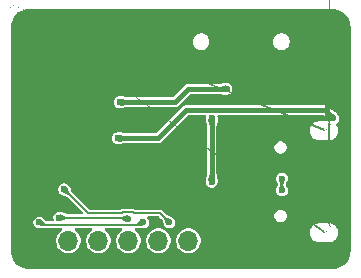
<source format=gbl>
G04 #@! TF.GenerationSoftware,KiCad,Pcbnew,9.0.1*
G04 #@! TF.CreationDate,2025-04-15T14:17:18+12:00*
G04 #@! TF.ProjectId,ESPFlash,45535046-6c61-4736-982e-6b696361645f,rev?*
G04 #@! TF.SameCoordinates,Original*
G04 #@! TF.FileFunction,Copper,L2,Bot*
G04 #@! TF.FilePolarity,Positive*
%FSLAX46Y46*%
G04 Gerber Fmt 4.6, Leading zero omitted, Abs format (unit mm)*
G04 Created by KiCad (PCBNEW 9.0.1) date 2025-04-15 14:17:18*
%MOMM*%
%LPD*%
G01*
G04 APERTURE LIST*
G04 Aperture macros list*
%AMFreePoly0*
4,1,229,0.026192,0.903996,0.026383,0.903985,0.052383,0.901985,0.052573,0.901967,0.078573,0.898967,0.078944,0.898910,0.104944,0.893910,0.105167,0.893862,0.130167,0.887862,0.130300,0.887828,0.156300,0.880828,0.156756,0.880682,0.180756,0.871682,0.180923,0.871615,0.204923,0.861615,0.205083,0.861545,0.229083,0.850545,0.229460,0.850353,0.252460,0.837353,0.252684,0.837218,
0.296684,0.809218,0.297030,0.808977,0.318030,0.792977,0.318238,0.792810,0.338238,0.775810,0.338439,0.775630,0.357439,0.757630,0.357630,0.757439,0.375630,0.738439,0.375810,0.738238,0.392810,0.718238,0.392977,0.718030,0.408977,0.697030,0.409218,0.696684,0.437218,0.652684,0.437353,0.652460,0.450353,0.629460,0.450545,0.629083,0.461545,0.605083,0.461615,0.604923,
0.471615,0.580923,0.471682,0.580756,0.480682,0.556756,0.480828,0.556300,0.487828,0.530300,0.487862,0.530167,0.493862,0.505167,0.493910,0.504944,0.498910,0.478944,0.498967,0.478573,0.501967,0.452573,0.501985,0.452383,0.503985,0.426383,0.503996,0.426192,0.504996,0.400192,0.505000,0.400000,0.505000,-0.400000,0.504996,-0.400192,0.503996,-0.426192,0.503985,-0.426383,
0.501985,-0.452383,0.501967,-0.452573,0.498967,-0.478573,0.498910,-0.478944,0.493910,-0.504944,0.493862,-0.505167,0.487862,-0.530167,0.487828,-0.530300,0.480828,-0.556300,0.480682,-0.556756,0.471682,-0.580756,0.471615,-0.580923,0.461615,-0.604923,0.461545,-0.605083,0.450545,-0.629083,0.450353,-0.629460,0.437353,-0.652460,0.437218,-0.652684,0.409218,-0.696684,0.408977,-0.697030,
0.392977,-0.718030,0.392810,-0.718238,0.375810,-0.738238,0.375630,-0.738439,0.357630,-0.757439,0.357439,-0.757630,0.338439,-0.775630,0.338238,-0.775810,0.318238,-0.792810,0.318030,-0.792977,0.297030,-0.808977,0.296684,-0.809218,0.252684,-0.837218,0.252460,-0.837353,0.229460,-0.850353,0.229083,-0.850545,0.205083,-0.861545,0.204923,-0.861615,0.180923,-0.871615,0.180756,-0.871682,
0.156756,-0.880682,0.156300,-0.880828,0.130300,-0.887828,0.130167,-0.887862,0.105167,-0.893862,0.104944,-0.893910,0.078944,-0.898910,0.078573,-0.898967,0.052573,-0.901967,0.052383,-0.901985,0.026383,-0.903985,0.026192,-0.903996,0.000192,-0.904996,-0.000192,-0.904996,-0.026192,-0.903996,-0.026383,-0.903985,-0.052383,-0.901985,-0.052573,-0.901967,-0.078573,-0.898967,-0.078944,-0.898910,
-0.104944,-0.893910,-0.105167,-0.893862,-0.130167,-0.887862,-0.130300,-0.887828,-0.156300,-0.880828,-0.156756,-0.880682,-0.180756,-0.871682,-0.180923,-0.871615,-0.204923,-0.861615,-0.205083,-0.861545,-0.229083,-0.850545,-0.229460,-0.850353,-0.252460,-0.837353,-0.252684,-0.837218,-0.296684,-0.809218,-0.297030,-0.808977,-0.318030,-0.792977,-0.318238,-0.792810,-0.338238,-0.775810,-0.338439,-0.775630,
-0.357439,-0.757630,-0.357630,-0.757439,-0.375630,-0.738439,-0.375810,-0.738238,-0.392810,-0.718238,-0.392977,-0.718030,-0.408977,-0.697030,-0.409218,-0.696684,-0.437218,-0.652684,-0.437353,-0.652460,-0.450353,-0.629460,-0.450545,-0.629083,-0.461545,-0.605083,-0.461615,-0.604923,-0.471615,-0.580923,-0.471682,-0.580756,-0.480682,-0.556756,-0.480828,-0.556300,-0.487828,-0.530300,-0.487862,-0.530167,
-0.493862,-0.505167,-0.493910,-0.504944,-0.498910,-0.478944,-0.498967,-0.478573,-0.501967,-0.452573,-0.501985,-0.452383,-0.503985,-0.426383,-0.503996,-0.426192,-0.504996,-0.400192,-0.505000,-0.400000,-0.505000,0.400000,-0.504996,0.400192,-0.503996,0.426192,-0.503985,0.426383,-0.501985,0.452383,-0.501967,0.452573,-0.498967,0.478573,-0.498910,0.478944,-0.493910,0.504944,-0.493862,0.505167,
-0.487862,0.530167,-0.487828,0.530300,-0.480828,0.556300,-0.480682,0.556756,-0.471682,0.580756,-0.471615,0.580923,-0.461615,0.604923,-0.461545,0.605083,-0.450545,0.629083,-0.450353,0.629460,-0.437353,0.652460,-0.437218,0.652684,-0.409218,0.696684,-0.408977,0.697030,-0.392977,0.718030,-0.392810,0.718238,-0.375810,0.738238,-0.375630,0.738439,-0.357630,0.757439,-0.357439,0.757630,
-0.338439,0.775630,-0.338238,0.775810,-0.318238,0.792810,-0.318030,0.792977,-0.297030,0.808977,-0.296684,0.809218,-0.252684,0.837218,-0.252460,0.837353,-0.229460,0.850353,-0.229083,0.850545,-0.205083,0.861545,-0.204923,0.861615,-0.180923,0.871615,-0.180756,0.871682,-0.156756,0.880682,-0.156300,0.880828,-0.130300,0.887828,-0.130167,0.887862,-0.105167,0.893862,-0.104944,0.893910,
-0.078944,0.898910,-0.078573,0.898967,-0.052573,0.901967,-0.052383,0.901985,-0.026383,0.903985,-0.026192,0.903996,-0.000192,0.904996,0.000192,0.904996,0.026192,0.903996,0.026192,0.903996,$1*%
G04 Aperture macros list end*
G04 #@! TA.AperFunction,ComponentPad*
%ADD10FreePoly0,90.000000*%
G04 #@! TD*
G04 #@! TA.AperFunction,ComponentPad*
%ADD11O,2.100000X1.000000*%
G04 #@! TD*
G04 #@! TA.AperFunction,ComponentPad*
%ADD12R,1.700000X1.700000*%
G04 #@! TD*
G04 #@! TA.AperFunction,ComponentPad*
%ADD13O,1.700000X1.700000*%
G04 #@! TD*
G04 #@! TA.AperFunction,ViaPad*
%ADD14C,0.600000*%
G04 #@! TD*
G04 #@! TA.AperFunction,Conductor*
%ADD15C,0.400000*%
G04 #@! TD*
G04 #@! TA.AperFunction,Conductor*
%ADD16C,0.150000*%
G04 #@! TD*
G04 #@! TA.AperFunction,Conductor*
%ADD17C,0.200000*%
G04 #@! TD*
G04 APERTURE END LIST*
D10*
X64012500Y-40672500D03*
X64012500Y-32032500D03*
D11*
X59832500Y-40672500D03*
X59832500Y-32032500D03*
D12*
X39830000Y-41350000D03*
D13*
X42370000Y-41350000D03*
X44910000Y-41350000D03*
X47450000Y-41350000D03*
X49990000Y-41350000D03*
X52530000Y-41350000D03*
D14*
X50850000Y-22600000D03*
X47400000Y-35600000D03*
X45900000Y-35600000D03*
X51725000Y-22600000D03*
X49100000Y-28475000D03*
X50000000Y-22600000D03*
X46650000Y-35600000D03*
X46662500Y-36350000D03*
X47400000Y-36350000D03*
X45900000Y-36350000D03*
X49100000Y-27500000D03*
X61900000Y-28300000D03*
X47400000Y-37100000D03*
X57550000Y-36373106D03*
X49975000Y-27500000D03*
X46650000Y-37100000D03*
X45900000Y-37100000D03*
X44475000Y-29475000D03*
X49975000Y-28475000D03*
X54500000Y-36350000D03*
X54500000Y-31000000D03*
X46710000Y-29620000D03*
X55750000Y-28500000D03*
X39900000Y-39800000D03*
X48700000Y-39800000D03*
X42000000Y-37000000D03*
X50900000Y-39800000D03*
X47425000Y-39500000D03*
X41600000Y-39400000D03*
X60450000Y-37100000D03*
X60450000Y-36100000D03*
X46550000Y-32675000D03*
X64800000Y-31000000D03*
D15*
X54500000Y-36350000D02*
X54500000Y-31000000D01*
X52500000Y-28500000D02*
X55750000Y-28500000D01*
X51380000Y-29620000D02*
X52500000Y-28500000D01*
X46710000Y-29620000D02*
X51380000Y-29620000D01*
D16*
X48500000Y-40000000D02*
X40100000Y-40000000D01*
X48700000Y-39800000D02*
X48500000Y-40000000D01*
X40100000Y-40000000D02*
X39900000Y-39800000D01*
X50900000Y-39800000D02*
X50100000Y-39000000D01*
X44000000Y-39000000D02*
X42000000Y-37000000D01*
X46926000Y-38949000D02*
X46875000Y-39000000D01*
X46875000Y-39000000D02*
X44000000Y-39000000D01*
X50100000Y-39000000D02*
X47926000Y-39000000D01*
X47926000Y-39000000D02*
X47875000Y-38949000D01*
X47875000Y-38949000D02*
X46926000Y-38949000D01*
X47425000Y-39500000D02*
X47325000Y-39400000D01*
X47325000Y-39400000D02*
X41600000Y-39400000D01*
D17*
X60450000Y-37100000D02*
X60450000Y-36100000D01*
D15*
X52309521Y-30299000D02*
X49933521Y-32675000D01*
X64099000Y-30299000D02*
X52309521Y-30299000D01*
X49933521Y-32675000D02*
X46550000Y-32675000D01*
X64800000Y-31000000D02*
X64099000Y-30299000D01*
G04 #@! TA.AperFunction,Conductor*
G36*
X54698452Y-35759191D02*
G01*
X54701702Y-35765437D01*
X54792259Y-36280239D01*
X54790317Y-36288981D01*
X54783056Y-36293734D01*
X54502320Y-36350530D01*
X54497680Y-36350530D01*
X54216943Y-36293734D01*
X54209514Y-36288734D01*
X54207740Y-36280239D01*
X54298298Y-35765437D01*
X54303106Y-35757883D01*
X54309821Y-35755764D01*
X54690179Y-35755764D01*
X54698452Y-35759191D01*
G37*
G04 #@! TD.AperFunction*
G04 #@! TA.AperFunction,Conductor*
G36*
X60550070Y-36509191D02*
G01*
X60552796Y-36513476D01*
X60739608Y-37028709D01*
X60739207Y-37037655D01*
X60732597Y-37043696D01*
X60730929Y-37044165D01*
X60452320Y-37100530D01*
X60447680Y-37100530D01*
X60169070Y-37044165D01*
X60161641Y-37039165D01*
X60159922Y-37030377D01*
X60160387Y-37028720D01*
X60347204Y-36513476D01*
X60353245Y-36506866D01*
X60358203Y-36505764D01*
X60541797Y-36505764D01*
X60550070Y-36509191D01*
G37*
G04 #@! TD.AperFunction*
G04 #@! TA.AperFunction,Conductor*
G36*
X64753522Y-21750752D02*
G01*
X64778505Y-21752538D01*
X64956345Y-21765258D01*
X64970308Y-21767265D01*
X65165549Y-21809737D01*
X65179088Y-21813713D01*
X65366292Y-21883537D01*
X65379118Y-21889394D01*
X65554476Y-21985146D01*
X65566356Y-21992781D01*
X65726294Y-22112509D01*
X65736966Y-22121756D01*
X65878243Y-22263033D01*
X65887493Y-22273709D01*
X66007218Y-22433643D01*
X66014854Y-22445525D01*
X66110602Y-22620875D01*
X66116466Y-22633715D01*
X66186284Y-22820904D01*
X66190264Y-22834457D01*
X66232732Y-23029681D01*
X66234742Y-23043662D01*
X66249248Y-23246476D01*
X66249500Y-23253539D01*
X66249500Y-42246460D01*
X66249248Y-42253523D01*
X66234742Y-42456337D01*
X66232732Y-42470318D01*
X66190264Y-42665542D01*
X66186284Y-42679095D01*
X66116466Y-42866284D01*
X66110598Y-42879133D01*
X66014854Y-43054474D01*
X66007218Y-43066356D01*
X65887493Y-43226290D01*
X65878243Y-43236966D01*
X65736966Y-43378243D01*
X65726290Y-43387493D01*
X65566356Y-43507218D01*
X65554474Y-43514854D01*
X65379133Y-43610598D01*
X65366284Y-43616466D01*
X65179095Y-43686284D01*
X65165542Y-43690264D01*
X64970318Y-43732732D01*
X64956337Y-43734742D01*
X64753523Y-43749248D01*
X64746460Y-43749500D01*
X39003540Y-43749500D01*
X38996477Y-43749248D01*
X38793662Y-43734742D01*
X38779681Y-43732732D01*
X38584457Y-43690264D01*
X38570904Y-43686284D01*
X38383715Y-43616466D01*
X38370875Y-43610602D01*
X38195525Y-43514854D01*
X38183643Y-43507218D01*
X38023709Y-43387493D01*
X38013033Y-43378243D01*
X37871756Y-43236966D01*
X37862506Y-43226290D01*
X37742781Y-43066356D01*
X37735145Y-43054474D01*
X37702815Y-42995266D01*
X37639394Y-42879118D01*
X37633537Y-42866292D01*
X37563713Y-42679088D01*
X37559737Y-42665549D01*
X37517265Y-42470308D01*
X37515258Y-42456345D01*
X37500752Y-42253522D01*
X37500500Y-42246460D01*
X37500500Y-39734108D01*
X39399500Y-39734108D01*
X39399500Y-39865892D01*
X39422667Y-39952354D01*
X39433609Y-39993190D01*
X39499496Y-40107309D01*
X39499498Y-40107311D01*
X39499500Y-40107314D01*
X39592686Y-40200500D01*
X39592688Y-40200501D01*
X39592690Y-40200503D01*
X39706810Y-40266390D01*
X39706808Y-40266390D01*
X39706812Y-40266391D01*
X39706814Y-40266392D01*
X39834108Y-40300500D01*
X39834110Y-40300500D01*
X39965889Y-40300500D01*
X39965892Y-40300500D01*
X39965894Y-40300499D01*
X39971475Y-40299764D01*
X39980221Y-40299005D01*
X40413534Y-40280790D01*
X40425306Y-40278059D01*
X40447673Y-40275500D01*
X41760893Y-40275500D01*
X41819084Y-40294407D01*
X41855048Y-40343907D01*
X41855048Y-40405093D01*
X41819084Y-40454593D01*
X41815894Y-40456816D01*
X41700348Y-40534020D01*
X41554020Y-40680348D01*
X41439058Y-40852402D01*
X41359869Y-41043581D01*
X41319500Y-41246532D01*
X41319500Y-41453467D01*
X41359869Y-41656418D01*
X41439058Y-41847597D01*
X41439059Y-41847598D01*
X41554023Y-42019655D01*
X41700345Y-42165977D01*
X41872402Y-42280941D01*
X42063580Y-42360130D01*
X42266535Y-42400500D01*
X42266536Y-42400500D01*
X42473464Y-42400500D01*
X42473465Y-42400500D01*
X42676420Y-42360130D01*
X42867598Y-42280941D01*
X43039655Y-42165977D01*
X43185977Y-42019655D01*
X43300941Y-41847598D01*
X43380130Y-41656420D01*
X43420500Y-41453465D01*
X43420500Y-41246535D01*
X43380130Y-41043580D01*
X43300941Y-40852402D01*
X43185977Y-40680345D01*
X43039655Y-40534023D01*
X42924106Y-40456816D01*
X42886226Y-40408766D01*
X42883824Y-40347628D01*
X42917816Y-40296754D01*
X42975220Y-40275576D01*
X42979107Y-40275500D01*
X44300893Y-40275500D01*
X44359084Y-40294407D01*
X44395048Y-40343907D01*
X44395048Y-40405093D01*
X44359084Y-40454593D01*
X44355894Y-40456816D01*
X44240348Y-40534020D01*
X44094020Y-40680348D01*
X43979058Y-40852402D01*
X43899869Y-41043581D01*
X43859500Y-41246532D01*
X43859500Y-41453467D01*
X43899869Y-41656418D01*
X43979058Y-41847597D01*
X43979059Y-41847598D01*
X44094023Y-42019655D01*
X44240345Y-42165977D01*
X44412402Y-42280941D01*
X44603580Y-42360130D01*
X44806535Y-42400500D01*
X44806536Y-42400500D01*
X45013464Y-42400500D01*
X45013465Y-42400500D01*
X45216420Y-42360130D01*
X45407598Y-42280941D01*
X45579655Y-42165977D01*
X45725977Y-42019655D01*
X45840941Y-41847598D01*
X45920130Y-41656420D01*
X45960500Y-41453465D01*
X45960500Y-41246535D01*
X45920130Y-41043580D01*
X45840941Y-40852402D01*
X45725977Y-40680345D01*
X45579655Y-40534023D01*
X45464106Y-40456816D01*
X45426226Y-40408766D01*
X45423824Y-40347628D01*
X45457816Y-40296754D01*
X45515220Y-40275576D01*
X45519107Y-40275500D01*
X46840893Y-40275500D01*
X46899084Y-40294407D01*
X46935048Y-40343907D01*
X46935048Y-40405093D01*
X46899084Y-40454593D01*
X46895894Y-40456816D01*
X46780348Y-40534020D01*
X46634020Y-40680348D01*
X46519058Y-40852402D01*
X46439869Y-41043581D01*
X46399500Y-41246532D01*
X46399500Y-41453467D01*
X46439869Y-41656418D01*
X46519058Y-41847597D01*
X46519059Y-41847598D01*
X46634023Y-42019655D01*
X46780345Y-42165977D01*
X46952402Y-42280941D01*
X47143580Y-42360130D01*
X47346535Y-42400500D01*
X47346536Y-42400500D01*
X47553464Y-42400500D01*
X47553465Y-42400500D01*
X47756420Y-42360130D01*
X47947598Y-42280941D01*
X48119655Y-42165977D01*
X48265977Y-42019655D01*
X48380941Y-41847598D01*
X48460130Y-41656420D01*
X48500500Y-41453465D01*
X48500500Y-41246535D01*
X48500499Y-41246532D01*
X48939500Y-41246532D01*
X48939500Y-41453467D01*
X48979869Y-41656418D01*
X49059058Y-41847597D01*
X49059059Y-41847598D01*
X49174023Y-42019655D01*
X49320345Y-42165977D01*
X49492402Y-42280941D01*
X49683580Y-42360130D01*
X49886535Y-42400500D01*
X49886536Y-42400500D01*
X50093464Y-42400500D01*
X50093465Y-42400500D01*
X50296420Y-42360130D01*
X50487598Y-42280941D01*
X50659655Y-42165977D01*
X50805977Y-42019655D01*
X50920941Y-41847598D01*
X51000130Y-41656420D01*
X51040500Y-41453465D01*
X51040500Y-41246535D01*
X51040499Y-41246532D01*
X51479500Y-41246532D01*
X51479500Y-41453467D01*
X51519869Y-41656418D01*
X51599058Y-41847597D01*
X51599059Y-41847598D01*
X51714023Y-42019655D01*
X51860345Y-42165977D01*
X52032402Y-42280941D01*
X52223580Y-42360130D01*
X52426535Y-42400500D01*
X52426536Y-42400500D01*
X52633464Y-42400500D01*
X52633465Y-42400500D01*
X52836420Y-42360130D01*
X53027598Y-42280941D01*
X53199655Y-42165977D01*
X53345977Y-42019655D01*
X53460941Y-41847598D01*
X53540130Y-41656420D01*
X53580500Y-41453465D01*
X53580500Y-41246535D01*
X53540130Y-41043580D01*
X53460941Y-40852402D01*
X53345977Y-40680345D01*
X53259287Y-40593655D01*
X62812000Y-40593655D01*
X62812000Y-40751344D01*
X62842763Y-40905996D01*
X62842763Y-40905998D01*
X62903103Y-41051674D01*
X62903109Y-41051685D01*
X62955812Y-41130559D01*
X62990711Y-41182789D01*
X63102211Y-41294289D01*
X63180376Y-41346517D01*
X63233314Y-41381890D01*
X63233325Y-41381896D01*
X63287138Y-41404185D01*
X63379003Y-41442237D01*
X63533658Y-41473000D01*
X63533659Y-41473000D01*
X64491341Y-41473000D01*
X64491342Y-41473000D01*
X64645997Y-41442237D01*
X64791679Y-41381894D01*
X64922789Y-41294289D01*
X65034289Y-41182789D01*
X65121894Y-41051679D01*
X65182237Y-40905997D01*
X65213000Y-40751342D01*
X65213000Y-40672500D01*
X65213000Y-40606608D01*
X65213000Y-40593658D01*
X65182237Y-40439003D01*
X65124563Y-40299764D01*
X65121896Y-40293325D01*
X65121890Y-40293314D01*
X65086517Y-40240376D01*
X65034289Y-40162211D01*
X64922789Y-40050711D01*
X64836697Y-39993186D01*
X64791685Y-39963109D01*
X64791674Y-39963103D01*
X64645997Y-39902763D01*
X64491344Y-39872000D01*
X64491342Y-39872000D01*
X64478392Y-39872000D01*
X63678392Y-39872000D01*
X63612500Y-39872000D01*
X63533658Y-39872000D01*
X63533655Y-39872000D01*
X63379003Y-39902763D01*
X63379001Y-39902763D01*
X63233325Y-39963103D01*
X63233314Y-39963109D01*
X63102211Y-40050711D01*
X63102207Y-40050714D01*
X62990714Y-40162207D01*
X62990711Y-40162211D01*
X62903109Y-40293314D01*
X62903103Y-40293325D01*
X62842763Y-40439001D01*
X62842763Y-40439003D01*
X62812000Y-40593655D01*
X53259287Y-40593655D01*
X53199655Y-40534023D01*
X53084106Y-40456816D01*
X53027597Y-40419058D01*
X52836418Y-40339869D01*
X52633467Y-40299500D01*
X52633465Y-40299500D01*
X52426535Y-40299500D01*
X52426532Y-40299500D01*
X52223581Y-40339869D01*
X52032402Y-40419058D01*
X51860348Y-40534020D01*
X51714020Y-40680348D01*
X51599058Y-40852402D01*
X51519869Y-41043581D01*
X51479500Y-41246532D01*
X51040499Y-41246532D01*
X51000130Y-41043580D01*
X50920941Y-40852402D01*
X50805977Y-40680345D01*
X50659655Y-40534023D01*
X50544106Y-40456816D01*
X50487597Y-40419058D01*
X50296418Y-40339869D01*
X50093467Y-40299500D01*
X50093465Y-40299500D01*
X49886535Y-40299500D01*
X49886532Y-40299500D01*
X49683581Y-40339869D01*
X49492402Y-40419058D01*
X49320348Y-40534020D01*
X49174020Y-40680348D01*
X49059058Y-40852402D01*
X48979869Y-41043581D01*
X48939500Y-41246532D01*
X48500499Y-41246532D01*
X48460130Y-41043580D01*
X48380941Y-40852402D01*
X48265977Y-40680345D01*
X48119655Y-40534023D01*
X48004106Y-40456816D01*
X48002848Y-40455220D01*
X48000916Y-40454593D01*
X47984016Y-40431332D01*
X47966226Y-40408766D01*
X47966146Y-40406736D01*
X47964952Y-40405093D01*
X47964952Y-40376338D01*
X47963824Y-40347628D01*
X47964952Y-40345939D01*
X47964952Y-40343907D01*
X47981853Y-40320643D01*
X47997816Y-40296754D01*
X47999721Y-40296050D01*
X48000916Y-40294407D01*
X48028254Y-40285524D01*
X48055220Y-40275576D01*
X48059107Y-40275500D01*
X48152841Y-40275500D01*
X48176219Y-40278299D01*
X48186466Y-40280790D01*
X48619771Y-40299005D01*
X48628516Y-40299763D01*
X48634104Y-40300498D01*
X48634108Y-40300500D01*
X48634112Y-40300500D01*
X48765890Y-40300500D01*
X48765892Y-40300500D01*
X48893186Y-40266392D01*
X48893188Y-40266390D01*
X48893190Y-40266390D01*
X49007309Y-40200503D01*
X49007309Y-40200502D01*
X49007314Y-40200500D01*
X49100500Y-40107314D01*
X49100503Y-40107309D01*
X49166390Y-39993190D01*
X49166390Y-39993188D01*
X49166392Y-39993186D01*
X49200500Y-39865892D01*
X49200500Y-39734108D01*
X49166392Y-39606814D01*
X49166390Y-39606811D01*
X49166390Y-39606809D01*
X49100503Y-39492690D01*
X49100501Y-39492688D01*
X49100500Y-39492686D01*
X49052315Y-39444501D01*
X49024540Y-39389987D01*
X49034111Y-39329555D01*
X49077376Y-39286290D01*
X49122321Y-39275500D01*
X49944877Y-39275500D01*
X50003068Y-39294407D01*
X50014881Y-39304496D01*
X50234013Y-39523628D01*
X50255311Y-39555358D01*
X50421732Y-39952354D01*
X50424324Y-39958537D01*
X50433608Y-39993186D01*
X50452739Y-40026322D01*
X50455167Y-40032114D01*
X50455168Y-40032117D01*
X50455566Y-40033068D01*
X50463893Y-40050569D01*
X50463903Y-40050587D01*
X50463907Y-40050595D01*
X50464948Y-40052540D01*
X50468781Y-40059384D01*
X50468784Y-40059387D01*
X50468853Y-40059461D01*
X50482414Y-40077723D01*
X50499496Y-40107309D01*
X50499498Y-40107311D01*
X50499500Y-40107314D01*
X50592686Y-40200500D01*
X50592688Y-40200501D01*
X50592690Y-40200503D01*
X50706810Y-40266390D01*
X50706808Y-40266390D01*
X50706812Y-40266391D01*
X50706814Y-40266392D01*
X50834108Y-40300500D01*
X50834110Y-40300500D01*
X50965890Y-40300500D01*
X50965892Y-40300500D01*
X51093186Y-40266392D01*
X51093188Y-40266390D01*
X51093190Y-40266390D01*
X51207309Y-40200503D01*
X51207309Y-40200502D01*
X51207314Y-40200500D01*
X51300500Y-40107314D01*
X51300503Y-40107309D01*
X51366390Y-39993190D01*
X51366390Y-39993188D01*
X51366392Y-39993186D01*
X51400500Y-39865892D01*
X51400500Y-39734108D01*
X51366392Y-39606814D01*
X51366390Y-39606811D01*
X51366390Y-39606809D01*
X51300503Y-39492690D01*
X51300501Y-39492688D01*
X51300500Y-39492686D01*
X51207314Y-39399500D01*
X51207311Y-39399498D01*
X51147063Y-39364713D01*
X51147063Y-39364712D01*
X51144061Y-39362979D01*
X51133070Y-39355568D01*
X51126326Y-39352740D01*
X51120891Y-39349603D01*
X51093186Y-39333608D01*
X51065003Y-39326056D01*
X51052354Y-39321732D01*
X50900632Y-39258130D01*
X50698311Y-39173317D01*
X59807000Y-39173317D01*
X59807000Y-39311683D01*
X59842812Y-39445336D01*
X59911995Y-39565165D01*
X60009835Y-39663005D01*
X60129664Y-39732188D01*
X60263317Y-39768000D01*
X60263319Y-39768000D01*
X60401681Y-39768000D01*
X60401683Y-39768000D01*
X60535336Y-39732188D01*
X60655165Y-39663005D01*
X60753005Y-39565165D01*
X60822188Y-39445336D01*
X60858000Y-39311683D01*
X60858000Y-39173317D01*
X60822188Y-39039664D01*
X60753005Y-38919835D01*
X60655165Y-38821995D01*
X60535336Y-38752812D01*
X60401683Y-38717000D01*
X60263317Y-38717000D01*
X60129664Y-38752812D01*
X60009835Y-38821995D01*
X59911995Y-38919835D01*
X59842812Y-39039664D01*
X59807000Y-39173317D01*
X50698311Y-39173317D01*
X50655358Y-39155311D01*
X50623629Y-39134013D01*
X50256056Y-38766441D01*
X50223151Y-38752812D01*
X50223150Y-38752812D01*
X50154800Y-38724500D01*
X50154799Y-38724500D01*
X48072614Y-38724500D01*
X48034728Y-38716964D01*
X48031059Y-38715444D01*
X48031058Y-38715443D01*
X47929800Y-38673500D01*
X46871200Y-38673500D01*
X46769942Y-38715443D01*
X46769940Y-38715444D01*
X46766272Y-38716964D01*
X46728386Y-38724500D01*
X44155124Y-38724500D01*
X44096933Y-38705593D01*
X44085120Y-38695504D01*
X42665984Y-37276369D01*
X42644686Y-37244639D01*
X42611675Y-37165892D01*
X42543610Y-37003522D01*
X42478267Y-36847646D01*
X42475675Y-36841463D01*
X42466392Y-36806814D01*
X42447258Y-36773673D01*
X42444431Y-36766929D01*
X42436092Y-36749404D01*
X42435051Y-36747459D01*
X42431218Y-36740615D01*
X42431145Y-36740537D01*
X42417583Y-36722275D01*
X42400500Y-36692686D01*
X42307314Y-36599500D01*
X42307311Y-36599498D01*
X42307309Y-36599496D01*
X42193189Y-36533609D01*
X42193191Y-36533609D01*
X42143799Y-36520375D01*
X42065892Y-36499500D01*
X41934108Y-36499500D01*
X41856200Y-36520375D01*
X41806809Y-36533609D01*
X41692690Y-36599496D01*
X41599496Y-36692690D01*
X41533609Y-36806809D01*
X41524323Y-36841466D01*
X41499500Y-36934108D01*
X41499500Y-37065892D01*
X41526294Y-37165890D01*
X41533609Y-37193190D01*
X41599496Y-37307309D01*
X41599498Y-37307311D01*
X41599500Y-37307314D01*
X41692686Y-37400500D01*
X41755930Y-37437014D01*
X41766929Y-37444431D01*
X41773673Y-37447258D01*
X41806814Y-37466392D01*
X41806819Y-37466393D01*
X41806821Y-37466394D01*
X41834992Y-37473942D01*
X41847646Y-37478267D01*
X42052208Y-37564019D01*
X42244640Y-37644686D01*
X42276369Y-37665984D01*
X43565880Y-38955496D01*
X43593657Y-39010013D01*
X43584086Y-39070445D01*
X43540821Y-39113710D01*
X43495876Y-39124500D01*
X42266352Y-39124500D01*
X42228855Y-39117124D01*
X41830443Y-38954076D01*
X41824242Y-38951538D01*
X41793186Y-38933608D01*
X41756233Y-38923706D01*
X41754708Y-38923082D01*
X41750422Y-38921328D01*
X41750421Y-38921327D01*
X41749458Y-38920933D01*
X41731230Y-38914457D01*
X41729118Y-38913817D01*
X41721469Y-38911659D01*
X41721464Y-38911658D01*
X41721375Y-38911656D01*
X41698855Y-38908332D01*
X41689775Y-38905899D01*
X41665892Y-38899500D01*
X41534108Y-38899500D01*
X41458216Y-38919835D01*
X41406809Y-38933609D01*
X41292690Y-38999496D01*
X41199496Y-39092690D01*
X41133609Y-39206809D01*
X41133608Y-39206814D01*
X41099500Y-39334108D01*
X41099500Y-39465892D01*
X41133608Y-39593186D01*
X41133608Y-39593187D01*
X41135288Y-39599454D01*
X41132302Y-39600253D01*
X41136091Y-39648652D01*
X41104099Y-39700808D01*
X41047561Y-39724198D01*
X41039836Y-39724500D01*
X40554869Y-39724500D01*
X40496678Y-39705593D01*
X40481804Y-39692302D01*
X40403639Y-39606809D01*
X40309644Y-39504002D01*
X40304172Y-39497473D01*
X40300502Y-39492690D01*
X40300500Y-39492686D01*
X40207314Y-39399500D01*
X40207311Y-39399498D01*
X40207309Y-39399496D01*
X40093189Y-39333609D01*
X40093191Y-39333609D01*
X40043799Y-39320375D01*
X39965892Y-39299500D01*
X39834108Y-39299500D01*
X39756200Y-39320375D01*
X39706809Y-39333609D01*
X39592690Y-39399496D01*
X39499496Y-39492690D01*
X39433609Y-39606809D01*
X39433608Y-39606814D01*
X39399500Y-39734108D01*
X37500500Y-39734108D01*
X37500500Y-32609108D01*
X46049500Y-32609108D01*
X46049500Y-32740892D01*
X46065937Y-32802236D01*
X46083609Y-32868190D01*
X46149496Y-32982309D01*
X46149498Y-32982311D01*
X46149500Y-32982314D01*
X46242686Y-33075500D01*
X46242688Y-33075501D01*
X46242690Y-33075503D01*
X46356810Y-33141390D01*
X46356808Y-33141390D01*
X46356812Y-33141391D01*
X46356814Y-33141392D01*
X46484108Y-33175500D01*
X46484110Y-33175500D01*
X46615893Y-33175500D01*
X46619905Y-33174424D01*
X46625393Y-33172953D01*
X46653238Y-33169603D01*
X46655362Y-33169651D01*
X47170165Y-33079093D01*
X47170168Y-33079091D01*
X47170173Y-33079091D01*
X47172132Y-33078590D01*
X47196672Y-33075500D01*
X49986246Y-33075500D01*
X49986248Y-33075500D01*
X50088109Y-33048207D01*
X50088111Y-33048205D01*
X50088113Y-33048205D01*
X50179429Y-32995483D01*
X50179429Y-32995482D01*
X50179434Y-32995480D01*
X52446418Y-30728496D01*
X52500935Y-30700719D01*
X52516422Y-30699500D01*
X53933344Y-30699500D01*
X53991535Y-30718407D01*
X54027499Y-30767907D01*
X54028970Y-30824119D01*
X53999500Y-30934108D01*
X53999500Y-30934109D01*
X53999500Y-31065894D01*
X54002047Y-31075400D01*
X54005395Y-31103207D01*
X54005347Y-31105356D01*
X54005348Y-31105364D01*
X54095907Y-31620171D01*
X54096409Y-31622131D01*
X54099500Y-31646675D01*
X54099500Y-35703401D01*
X54096540Y-35725008D01*
X54096749Y-35725045D01*
X54095907Y-35729831D01*
X54095906Y-35729834D01*
X54005928Y-36241337D01*
X54005348Y-36244636D01*
X54005393Y-36247473D01*
X54002033Y-36274652D01*
X53999500Y-36284108D01*
X53999500Y-36415892D01*
X54029579Y-36528151D01*
X54033609Y-36543190D01*
X54099496Y-36657309D01*
X54099498Y-36657311D01*
X54099500Y-36657314D01*
X54192686Y-36750500D01*
X54192688Y-36750501D01*
X54192690Y-36750503D01*
X54306810Y-36816390D01*
X54306808Y-36816390D01*
X54306812Y-36816391D01*
X54306814Y-36816392D01*
X54434108Y-36850500D01*
X54434110Y-36850500D01*
X54565890Y-36850500D01*
X54565892Y-36850500D01*
X54693186Y-36816392D01*
X54693188Y-36816390D01*
X54693190Y-36816390D01*
X54807309Y-36750503D01*
X54807309Y-36750502D01*
X54807314Y-36750500D01*
X54900500Y-36657314D01*
X54933879Y-36599500D01*
X54966390Y-36543190D01*
X54966390Y-36543188D01*
X54966392Y-36543186D01*
X55000500Y-36415892D01*
X55000500Y-36284108D01*
X54997953Y-36274604D01*
X54994604Y-36246765D01*
X54994652Y-36244637D01*
X54957619Y-36034108D01*
X59949500Y-36034108D01*
X59949500Y-36165892D01*
X59963863Y-36219498D01*
X59967198Y-36241336D01*
X59976839Y-36267927D01*
X59977942Y-36272043D01*
X59977944Y-36272050D01*
X59983606Y-36293181D01*
X59983609Y-36293189D01*
X59985672Y-36296761D01*
X59993004Y-36312512D01*
X60085005Y-36566254D01*
X60087065Y-36627404D01*
X60085005Y-36633745D01*
X59993005Y-36887485D01*
X59990029Y-36895692D01*
X59983608Y-36906814D01*
X59976845Y-36932049D01*
X59975392Y-36936058D01*
X59967194Y-36958670D01*
X59962527Y-36973204D01*
X59962071Y-36974829D01*
X59961100Y-36978415D01*
X59961098Y-36978423D01*
X59961018Y-36981003D01*
X59957695Y-37003521D01*
X59949500Y-37034108D01*
X59949500Y-37165892D01*
X59970600Y-37244639D01*
X59983609Y-37293190D01*
X60049496Y-37407309D01*
X60049498Y-37407311D01*
X60049500Y-37407314D01*
X60142686Y-37500500D01*
X60142688Y-37500501D01*
X60142690Y-37500503D01*
X60256810Y-37566390D01*
X60256808Y-37566390D01*
X60256812Y-37566391D01*
X60256814Y-37566392D01*
X60384108Y-37600500D01*
X60384110Y-37600500D01*
X60515890Y-37600500D01*
X60515892Y-37600500D01*
X60643186Y-37566392D01*
X60643188Y-37566390D01*
X60643190Y-37566390D01*
X60757309Y-37500503D01*
X60757309Y-37500502D01*
X60757314Y-37500500D01*
X60850500Y-37407314D01*
X60850503Y-37407309D01*
X60916390Y-37293190D01*
X60916390Y-37293188D01*
X60916392Y-37293186D01*
X60950500Y-37165892D01*
X60950500Y-37034108D01*
X60936135Y-36980497D01*
X60932801Y-36958661D01*
X60923158Y-36932065D01*
X60916392Y-36906814D01*
X60914326Y-36903236D01*
X60906994Y-36887485D01*
X60814993Y-36633743D01*
X60812933Y-36572593D01*
X60814993Y-36566253D01*
X60823356Y-36543190D01*
X60909966Y-36304315D01*
X60916392Y-36293186D01*
X60923160Y-36267927D01*
X60932801Y-36241337D01*
X60937437Y-36226914D01*
X60937906Y-36225246D01*
X60937926Y-36225175D01*
X60938897Y-36221591D01*
X60938896Y-36221591D01*
X60938899Y-36221584D01*
X60938979Y-36219005D01*
X60942304Y-36196478D01*
X60950500Y-36165892D01*
X60950500Y-36034108D01*
X60916392Y-35906814D01*
X60916390Y-35906811D01*
X60916390Y-35906809D01*
X60850503Y-35792690D01*
X60850501Y-35792688D01*
X60850500Y-35792686D01*
X60757314Y-35699500D01*
X60757311Y-35699498D01*
X60757309Y-35699496D01*
X60643189Y-35633609D01*
X60643191Y-35633609D01*
X60593799Y-35620375D01*
X60515892Y-35599500D01*
X60384108Y-35599500D01*
X60306200Y-35620375D01*
X60256809Y-35633609D01*
X60142690Y-35699496D01*
X60049496Y-35792690D01*
X59983609Y-35906809D01*
X59983608Y-35906814D01*
X59949500Y-36034108D01*
X54957619Y-36034108D01*
X54904095Y-35729835D01*
X54904089Y-35729819D01*
X54903588Y-35727855D01*
X54900500Y-35703320D01*
X54900500Y-33393317D01*
X59807000Y-33393317D01*
X59807000Y-33531683D01*
X59842812Y-33665336D01*
X59911995Y-33785165D01*
X60009835Y-33883005D01*
X60129664Y-33952188D01*
X60263317Y-33988000D01*
X60263319Y-33988000D01*
X60401681Y-33988000D01*
X60401683Y-33988000D01*
X60535336Y-33952188D01*
X60655165Y-33883005D01*
X60753005Y-33785165D01*
X60822188Y-33665336D01*
X60858000Y-33531683D01*
X60858000Y-33393317D01*
X60822188Y-33259664D01*
X60753005Y-33139835D01*
X60655165Y-33041995D01*
X60535336Y-32972812D01*
X60401683Y-32937000D01*
X60263317Y-32937000D01*
X60129664Y-32972812D01*
X60009835Y-33041995D01*
X59911995Y-33139835D01*
X59842812Y-33259664D01*
X59807000Y-33393317D01*
X54900500Y-33393317D01*
X54900500Y-31646602D01*
X54903460Y-31624992D01*
X54903252Y-31624956D01*
X54904095Y-31620165D01*
X54994652Y-31105362D01*
X54994607Y-31102541D01*
X54997969Y-31075337D01*
X55000500Y-31065893D01*
X55000500Y-30934109D01*
X55000500Y-30934108D01*
X54971029Y-30824120D01*
X54974232Y-30763022D01*
X55012737Y-30715472D01*
X55066656Y-30699500D01*
X63892100Y-30699500D01*
X63899697Y-30701968D01*
X63907587Y-30700719D01*
X63928241Y-30711242D01*
X63950291Y-30718407D01*
X63962103Y-30728496D01*
X64059587Y-30825979D01*
X64072772Y-30843350D01*
X64072946Y-30843229D01*
X64236203Y-31076183D01*
X64254116Y-31134688D01*
X64234219Y-31192548D01*
X64184113Y-31227662D01*
X64155130Y-31232000D01*
X63533655Y-31232000D01*
X63379003Y-31262763D01*
X63379001Y-31262763D01*
X63233325Y-31323103D01*
X63233314Y-31323109D01*
X63102211Y-31410711D01*
X63102207Y-31410714D01*
X62990714Y-31522207D01*
X62990711Y-31522211D01*
X62903109Y-31653314D01*
X62903103Y-31653325D01*
X62842763Y-31799001D01*
X62842763Y-31799003D01*
X62812000Y-31953655D01*
X62812000Y-32111344D01*
X62842763Y-32265996D01*
X62842763Y-32265998D01*
X62903103Y-32411674D01*
X62903109Y-32411685D01*
X62949965Y-32481809D01*
X62990711Y-32542789D01*
X63102211Y-32654289D01*
X63180376Y-32706517D01*
X63233314Y-32741890D01*
X63233325Y-32741896D01*
X63287138Y-32764185D01*
X63379003Y-32802237D01*
X63533658Y-32833000D01*
X63533659Y-32833000D01*
X64491341Y-32833000D01*
X64491342Y-32833000D01*
X64645997Y-32802237D01*
X64791679Y-32741894D01*
X64922789Y-32654289D01*
X65034289Y-32542789D01*
X65121894Y-32411679D01*
X65182237Y-32265997D01*
X65213000Y-32111342D01*
X65213000Y-32032500D01*
X65213000Y-31966608D01*
X65213000Y-31953658D01*
X65182237Y-31799003D01*
X65121894Y-31653321D01*
X65121890Y-31653313D01*
X65054657Y-31552694D01*
X65038048Y-31493806D01*
X65059225Y-31436402D01*
X65087473Y-31411955D01*
X65107314Y-31400500D01*
X65200500Y-31307314D01*
X65266392Y-31193186D01*
X65300500Y-31065892D01*
X65300500Y-30934108D01*
X65266392Y-30806814D01*
X65266390Y-30806811D01*
X65266390Y-30806809D01*
X65200503Y-30692690D01*
X65200501Y-30692688D01*
X65200500Y-30692686D01*
X65107314Y-30599500D01*
X65107311Y-30599498D01*
X65107310Y-30599497D01*
X65098792Y-30594579D01*
X65076752Y-30577275D01*
X65075272Y-30575727D01*
X65075267Y-30575723D01*
X64647216Y-30275740D01*
X64645467Y-30274704D01*
X64625930Y-30259536D01*
X64344913Y-29978520D01*
X64344908Y-29978516D01*
X64253591Y-29925794D01*
X64253593Y-29925794D01*
X64214070Y-29915204D01*
X64151727Y-29898500D01*
X52256794Y-29898500D01*
X52205864Y-29912146D01*
X52154932Y-29925793D01*
X52118871Y-29946612D01*
X52118872Y-29946613D01*
X52063609Y-29978519D01*
X49796624Y-32245504D01*
X49742107Y-32273281D01*
X49726620Y-32274500D01*
X47196598Y-32274500D01*
X47174991Y-32271540D01*
X47174955Y-32271749D01*
X47170166Y-32270906D01*
X47170165Y-32270906D01*
X46655362Y-32180348D01*
X46655361Y-32180348D01*
X46654931Y-32180354D01*
X46652527Y-32180392D01*
X46625343Y-32177032D01*
X46615894Y-32174500D01*
X46615892Y-32174500D01*
X46484108Y-32174500D01*
X46406200Y-32195375D01*
X46356809Y-32208609D01*
X46242690Y-32274496D01*
X46149496Y-32367690D01*
X46083609Y-32481809D01*
X46083608Y-32481814D01*
X46049500Y-32609108D01*
X37500500Y-32609108D01*
X37500500Y-29554108D01*
X46209500Y-29554108D01*
X46209500Y-29685892D01*
X46239579Y-29798151D01*
X46243609Y-29813190D01*
X46309496Y-29927309D01*
X46309498Y-29927311D01*
X46309500Y-29927314D01*
X46402686Y-30020500D01*
X46402688Y-30020501D01*
X46402690Y-30020503D01*
X46516810Y-30086390D01*
X46516808Y-30086390D01*
X46516812Y-30086391D01*
X46516814Y-30086392D01*
X46644108Y-30120500D01*
X46644110Y-30120500D01*
X46775893Y-30120500D01*
X46779905Y-30119424D01*
X46785393Y-30117953D01*
X46813238Y-30114603D01*
X46815362Y-30114651D01*
X47330165Y-30024093D01*
X47330168Y-30024091D01*
X47330173Y-30024091D01*
X47332132Y-30023590D01*
X47356672Y-30020500D01*
X51432725Y-30020500D01*
X51432727Y-30020500D01*
X51534588Y-29993207D01*
X51534590Y-29993205D01*
X51534592Y-29993205D01*
X51625908Y-29940483D01*
X51625908Y-29940482D01*
X51625913Y-29940480D01*
X52636897Y-28929496D01*
X52691414Y-28901719D01*
X52706901Y-28900500D01*
X55103404Y-28900500D01*
X55125008Y-28903458D01*
X55125045Y-28903250D01*
X55129831Y-28904091D01*
X55129834Y-28904093D01*
X55644636Y-28994651D01*
X55647452Y-28994606D01*
X55674658Y-28997968D01*
X55684106Y-29000500D01*
X55684108Y-29000500D01*
X55815890Y-29000500D01*
X55815892Y-29000500D01*
X55943186Y-28966392D01*
X55943188Y-28966390D01*
X55943190Y-28966390D01*
X56057309Y-28900503D01*
X56057309Y-28900502D01*
X56057314Y-28900500D01*
X56150500Y-28807314D01*
X56216392Y-28693186D01*
X56250500Y-28565892D01*
X56250500Y-28434108D01*
X56216392Y-28306814D01*
X56216390Y-28306811D01*
X56216390Y-28306809D01*
X56150503Y-28192690D01*
X56150501Y-28192688D01*
X56150500Y-28192686D01*
X56057314Y-28099500D01*
X56057311Y-28099498D01*
X56057309Y-28099496D01*
X55943189Y-28033609D01*
X55943191Y-28033609D01*
X55893799Y-28020375D01*
X55815892Y-27999500D01*
X55684108Y-27999500D01*
X55684103Y-27999500D01*
X55674598Y-28002047D01*
X55646792Y-28005395D01*
X55644642Y-28005347D01*
X55644634Y-28005348D01*
X55129825Y-28095907D01*
X55127866Y-28096409D01*
X55103322Y-28099500D01*
X52552727Y-28099500D01*
X52447273Y-28099500D01*
X52384929Y-28116204D01*
X52345407Y-28126794D01*
X52254091Y-28179516D01*
X51243103Y-29190504D01*
X51188586Y-29218281D01*
X51173099Y-29219500D01*
X47356598Y-29219500D01*
X47334991Y-29216540D01*
X47334955Y-29216749D01*
X47330166Y-29215906D01*
X47330165Y-29215906D01*
X46815362Y-29125348D01*
X46815361Y-29125348D01*
X46814931Y-29125354D01*
X46812527Y-29125392D01*
X46785343Y-29122032D01*
X46775894Y-29119500D01*
X46775892Y-29119500D01*
X46644108Y-29119500D01*
X46566200Y-29140375D01*
X46516809Y-29153609D01*
X46402690Y-29219496D01*
X46309496Y-29312690D01*
X46243609Y-29426809D01*
X46243608Y-29426814D01*
X46209500Y-29554108D01*
X37500500Y-29554108D01*
X37500500Y-24431004D01*
X52899500Y-24431004D01*
X52899500Y-24568995D01*
X52926420Y-24704327D01*
X52926420Y-24704329D01*
X52979222Y-24831806D01*
X52979228Y-24831817D01*
X53055885Y-24946541D01*
X53153458Y-25044114D01*
X53268182Y-25120771D01*
X53268193Y-25120777D01*
X53315283Y-25140282D01*
X53395672Y-25173580D01*
X53531007Y-25200500D01*
X53531008Y-25200500D01*
X53668992Y-25200500D01*
X53668993Y-25200500D01*
X53804328Y-25173580D01*
X53931811Y-25120775D01*
X54046542Y-25044114D01*
X54144114Y-24946542D01*
X54220775Y-24831811D01*
X54273580Y-24704328D01*
X54300500Y-24568993D01*
X54300500Y-24431007D01*
X54300499Y-24431004D01*
X59699500Y-24431004D01*
X59699500Y-24568995D01*
X59726420Y-24704327D01*
X59726420Y-24704329D01*
X59779222Y-24831806D01*
X59779228Y-24831817D01*
X59855885Y-24946541D01*
X59953458Y-25044114D01*
X60068182Y-25120771D01*
X60068193Y-25120777D01*
X60115283Y-25140282D01*
X60195672Y-25173580D01*
X60331007Y-25200500D01*
X60331008Y-25200500D01*
X60468992Y-25200500D01*
X60468993Y-25200500D01*
X60604328Y-25173580D01*
X60731811Y-25120775D01*
X60846542Y-25044114D01*
X60944114Y-24946542D01*
X61020775Y-24831811D01*
X61073580Y-24704328D01*
X61100500Y-24568993D01*
X61100500Y-24431007D01*
X61073580Y-24295672D01*
X61020775Y-24168189D01*
X61020774Y-24168187D01*
X61020771Y-24168182D01*
X60944114Y-24053458D01*
X60846541Y-23955885D01*
X60731817Y-23879228D01*
X60731806Y-23879222D01*
X60604328Y-23826420D01*
X60468995Y-23799500D01*
X60468993Y-23799500D01*
X60331007Y-23799500D01*
X60331004Y-23799500D01*
X60195672Y-23826420D01*
X60195670Y-23826420D01*
X60068193Y-23879222D01*
X60068182Y-23879228D01*
X59953458Y-23955885D01*
X59855885Y-24053458D01*
X59779228Y-24168182D01*
X59779222Y-24168193D01*
X59726420Y-24295670D01*
X59726420Y-24295672D01*
X59699500Y-24431004D01*
X54300499Y-24431004D01*
X54273580Y-24295672D01*
X54220775Y-24168189D01*
X54220774Y-24168187D01*
X54220771Y-24168182D01*
X54144114Y-24053458D01*
X54046541Y-23955885D01*
X53931817Y-23879228D01*
X53931806Y-23879222D01*
X53804328Y-23826420D01*
X53668995Y-23799500D01*
X53668993Y-23799500D01*
X53531007Y-23799500D01*
X53531004Y-23799500D01*
X53395672Y-23826420D01*
X53395670Y-23826420D01*
X53268193Y-23879222D01*
X53268182Y-23879228D01*
X53153458Y-23955885D01*
X53055885Y-24053458D01*
X52979228Y-24168182D01*
X52979222Y-24168193D01*
X52926420Y-24295670D01*
X52926420Y-24295672D01*
X52899500Y-24431004D01*
X37500500Y-24431004D01*
X37500500Y-23253539D01*
X37500752Y-23246477D01*
X37505213Y-23184108D01*
X37515258Y-23043652D01*
X37517265Y-23029693D01*
X37559737Y-22834447D01*
X37563711Y-22820914D01*
X37633539Y-22633701D01*
X37639391Y-22620886D01*
X37735150Y-22445516D01*
X37742777Y-22433648D01*
X37862515Y-22273698D01*
X37871749Y-22263040D01*
X38013040Y-22121749D01*
X38023698Y-22112515D01*
X38183648Y-21992777D01*
X38195516Y-21985150D01*
X38370886Y-21889391D01*
X38383701Y-21883539D01*
X38570914Y-21813711D01*
X38584447Y-21809737D01*
X38779693Y-21767265D01*
X38793652Y-21765258D01*
X38973568Y-21752390D01*
X38996478Y-21750752D01*
X39003540Y-21750500D01*
X39065892Y-21750500D01*
X64684108Y-21750500D01*
X64746460Y-21750500D01*
X64753522Y-21750752D01*
G37*
G04 #@! TD.AperFunction*
G04 #@! TA.AperFunction,Conductor*
G36*
X60730930Y-36155835D02*
G01*
X60738358Y-36160834D01*
X60740077Y-36169622D01*
X60739608Y-36171290D01*
X60552796Y-36686524D01*
X60546755Y-36693134D01*
X60541797Y-36694236D01*
X60358203Y-36694236D01*
X60349930Y-36690809D01*
X60347204Y-36686524D01*
X60299544Y-36555078D01*
X60160391Y-36171288D01*
X60160792Y-36162344D01*
X60167402Y-36156303D01*
X60169056Y-36155837D01*
X60447682Y-36099469D01*
X60452318Y-36099469D01*
X60730930Y-36155835D01*
G37*
G04 #@! TD.AperFunction*
G04 #@! TA.AperFunction,Conductor*
G36*
X47363596Y-39209941D02*
G01*
X47368789Y-39217236D01*
X47368855Y-39217538D01*
X47425030Y-39495210D01*
X47423311Y-39503998D01*
X47423272Y-39504057D01*
X47264840Y-39739753D01*
X47257381Y-39744707D01*
X47248626Y-39742952D01*
X46853139Y-39478474D01*
X46848167Y-39471026D01*
X46847943Y-39468748D01*
X46847943Y-39334314D01*
X46851370Y-39326041D01*
X46857019Y-39322912D01*
X47354765Y-39208456D01*
X47363596Y-39209941D01*
G37*
G04 #@! TD.AperFunction*
G04 #@! TA.AperFunction,Conductor*
G36*
X48458907Y-39638884D02*
G01*
X48461680Y-39640730D01*
X48694455Y-39795644D01*
X48699444Y-39803080D01*
X48699441Y-39807704D01*
X48643453Y-40084446D01*
X48638453Y-40091875D01*
X48631494Y-40093816D01*
X48195097Y-40075471D01*
X48186975Y-40071699D01*
X48183888Y-40063781D01*
X48183888Y-39929542D01*
X48186952Y-39921648D01*
X48443793Y-39640728D01*
X48451903Y-39636937D01*
X48458907Y-39638884D01*
G37*
G04 #@! TD.AperFunction*
G04 #@! TA.AperFunction,Conductor*
G36*
X54783056Y-31056265D02*
G01*
X54790485Y-31061265D01*
X54792259Y-31069760D01*
X54701702Y-31584563D01*
X54696894Y-31592117D01*
X54690179Y-31594236D01*
X54309821Y-31594236D01*
X54301548Y-31590809D01*
X54298298Y-31584563D01*
X54207740Y-31069760D01*
X54209682Y-31061018D01*
X54216942Y-31056265D01*
X54497682Y-30999469D01*
X54502318Y-30999469D01*
X54783056Y-31056265D01*
G37*
G04 #@! TD.AperFunction*
G04 #@! TA.AperFunction,Conductor*
G36*
X47294563Y-29418298D02*
G01*
X47302117Y-29423106D01*
X47304236Y-29429821D01*
X47304236Y-29810178D01*
X47300809Y-29818451D01*
X47294563Y-29821701D01*
X46779760Y-29912259D01*
X46771018Y-29910317D01*
X46766265Y-29903056D01*
X46749462Y-29820000D01*
X46709469Y-29622318D01*
X46709469Y-29617680D01*
X46747475Y-29429821D01*
X46766265Y-29336942D01*
X46771265Y-29329514D01*
X46779760Y-29327740D01*
X47294563Y-29418298D01*
G37*
G04 #@! TD.AperFunction*
G04 #@! TA.AperFunction,Conductor*
G36*
X42253869Y-36844431D02*
G01*
X42254910Y-36846376D01*
X42470184Y-37359912D01*
X42470222Y-37368866D01*
X42467667Y-37372708D01*
X42372708Y-37467667D01*
X42364435Y-37471094D01*
X42359912Y-37470184D01*
X41846376Y-37254910D01*
X41840071Y-37248551D01*
X41840109Y-37239597D01*
X41841147Y-37237656D01*
X41997985Y-37001263D01*
X42001263Y-36997985D01*
X42237653Y-36841149D01*
X42246440Y-36839431D01*
X42253869Y-36844431D01*
G37*
G04 #@! TD.AperFunction*
G04 #@! TA.AperFunction,Conductor*
G36*
X40156207Y-39640729D02*
G01*
X40413047Y-39921648D01*
X40416112Y-39929542D01*
X40416112Y-40063781D01*
X40412685Y-40072054D01*
X40404903Y-40075471D01*
X39968505Y-40093816D01*
X39960096Y-40090739D01*
X39956546Y-40084446D01*
X39900558Y-39807702D01*
X39902277Y-39798916D01*
X39905541Y-39795646D01*
X40141093Y-39638884D01*
X40149877Y-39637154D01*
X40156207Y-39640729D01*
G37*
G04 #@! TD.AperFunction*
G04 #@! TA.AperFunction,Conductor*
G36*
X55688981Y-28209682D02*
G01*
X55693734Y-28216943D01*
X55750530Y-28497680D01*
X55750530Y-28502320D01*
X55693734Y-28783056D01*
X55688734Y-28790485D01*
X55680239Y-28792259D01*
X55165437Y-28701701D01*
X55157883Y-28696893D01*
X55155764Y-28690178D01*
X55155764Y-28309821D01*
X55159191Y-28301548D01*
X55165435Y-28298298D01*
X55680239Y-28207740D01*
X55688981Y-28209682D01*
G37*
G04 #@! TD.AperFunction*
G04 #@! TA.AperFunction,Conductor*
G36*
X64529275Y-30444026D02*
G01*
X64957331Y-30744013D01*
X64962139Y-30751567D01*
X64960365Y-30760062D01*
X64802015Y-30998734D01*
X64798734Y-31002015D01*
X64560062Y-31160365D01*
X64551274Y-31162084D01*
X64544013Y-31157331D01*
X64244026Y-30729275D01*
X64242085Y-30720535D01*
X64245333Y-30714291D01*
X64514290Y-30445334D01*
X64522562Y-30441908D01*
X64529275Y-30444026D01*
G37*
G04 #@! TD.AperFunction*
G04 #@! TA.AperFunction,Conductor*
G36*
X41671617Y-39111121D02*
G01*
X42186967Y-39322025D01*
X42193326Y-39328330D01*
X42194236Y-39332853D01*
X42194236Y-39467146D01*
X42190809Y-39475419D01*
X42186967Y-39477974D01*
X41671620Y-39688877D01*
X41662666Y-39688839D01*
X41656361Y-39682480D01*
X41655722Y-39680374D01*
X41599469Y-39402318D01*
X41599469Y-39397680D01*
X41655722Y-39119628D01*
X41660721Y-39112201D01*
X41669509Y-39110482D01*
X41671617Y-39111121D01*
G37*
G04 #@! TD.AperFunction*
G04 #@! TA.AperFunction,Conductor*
G36*
X50540087Y-39329815D02*
G01*
X50722668Y-39406353D01*
X51053623Y-39545089D01*
X51059928Y-39551448D01*
X51059890Y-39560402D01*
X51058849Y-39562347D01*
X50902015Y-39798734D01*
X50898734Y-39802015D01*
X50662347Y-39958849D01*
X50653559Y-39960568D01*
X50646130Y-39955568D01*
X50645089Y-39953623D01*
X50429815Y-39440087D01*
X50429777Y-39431133D01*
X50432330Y-39427293D01*
X50527292Y-39332331D01*
X50535564Y-39328905D01*
X50540087Y-39329815D01*
G37*
G04 #@! TD.AperFunction*
G04 #@! TA.AperFunction,Conductor*
G36*
X47134563Y-32473298D02*
G01*
X47142117Y-32478106D01*
X47144236Y-32484821D01*
X47144236Y-32865178D01*
X47140809Y-32873451D01*
X47134563Y-32876701D01*
X46619760Y-32967259D01*
X46611018Y-32965317D01*
X46606265Y-32958056D01*
X46589462Y-32875000D01*
X46549469Y-32677318D01*
X46549469Y-32672680D01*
X46587475Y-32484821D01*
X46606265Y-32391942D01*
X46611265Y-32384514D01*
X46619760Y-32382740D01*
X47134563Y-32473298D01*
G37*
G04 #@! TD.AperFunction*
M02*

</source>
